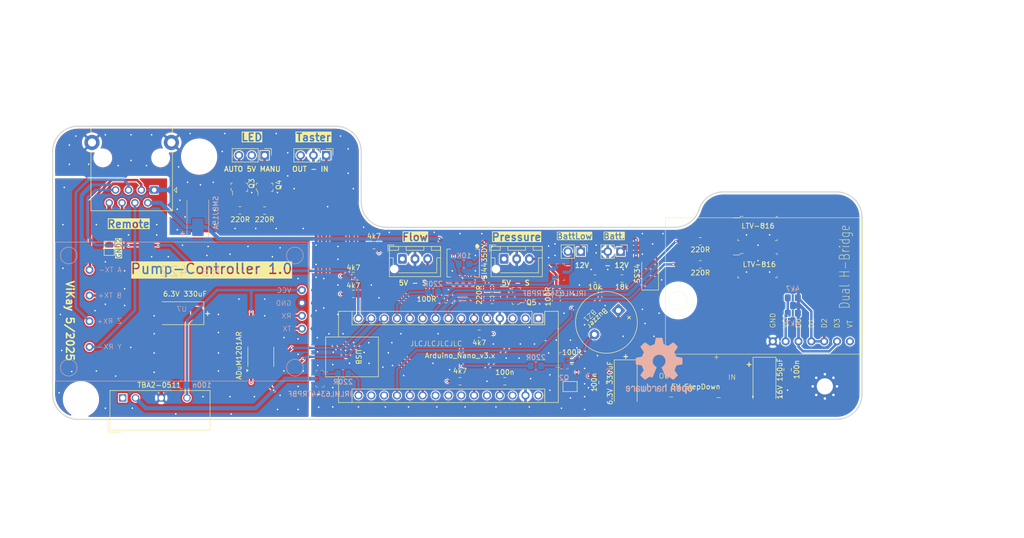
<source format=kicad_pcb>
(kicad_pcb (version 20241229) (generator "pcbnew") (generator_version "9.0")
  (layers (0 "F.Cu" signal) (4 "In1.Cu" signal) (6 "In2.Cu" signal) (2 "B.Cu" signal) (13 "F.Paste" user) (15 "B.Paste" user) (5 "F.SilkS" user "F.Silkscreen") (7 "B.SilkS" user "B.Silkscreen") (1 "F.Mask" user) (3 "B.Mask" user) (25 "Edge.Cuts" user))
  (net 0 "")
  (net 4 "/Nano/Buzzer")
  (net 5 "GND")
  (net 6 "/Nano/Remote_con")
  (net 7 "+5V")
  (net 11 "Net-(BZ1-+)")
  (net 12 "/Nano/LED automatik")
  (net 13 "GND2")
  (net 14 "Net-(U3-D1)")
  (net 15 "+5VP")
  (net 16 "Batt")
  (net 17 "Net-(R11-Pad2)")
  (net 18 "Net-(R12-Pad2)")
  (net 19 "Net-(U3-D0)")
  (net 22 "Batt RAW")
  (net 23 "+3.3V")
  (net 24 "Net-(Q1-G)")
  (net 25 "Net-(BZ1--)")
  (net 26 "Net-(Q2-G)")
  (net 27 "/Nano/freeA7")
  (net 28 "/Nano/SDA")
  (net 29 "/Nano/LED manuel")
  (net 30 "/Nano/Tst-Out")
  (net 31 "/Nano/S_RX")
  (net 32 "/Nano/Tst-In")
  (net 33 "/Nano/LED batt low")
  (net 34 "/Nano/Pressure-Sens")
  (net 35 "/Nano/Flow-Sens")
  (net 36 "/Nano/S_TX")
  (net 37 "/Nano/Batt volt mes")
  (net 38 "/Nano/freeA3")
  (net 39 "/Nano/SCL")
  (net 40 "/Nano/RX")
  (net 41 "/Nano/TX")
  (net 42 "Mot D2")
  (net 43 "Mot D3")
  (net 44 "Net-(J12-Pin_2)")
  (net 45 "/Nano/TX-")
  (net 46 "/Nano/RX-")
  (net 47 "/Nano/RX+")
  (net 48 "/Nano/TX+")
  (net 49 "Net-(Q3-G)")
  (net 50 "Net-(Q4-G)")
  (net 51 "/Nano/manuel")
  (net 52 "/Nano/auto")
  (net 53 "Batt Remote")
  (net 54 "Net-(Q5-G)")
  (net 55 "/Nano/12V Remote")
  (net 56 "Net-(JP1-B)")
  (net 57 "Net-(Q5-D)")
  (net 58 "Net-(Q6-G)")
  (net 59 "GND_RS422")
  (net 60 "Net-(Q7-G)")
  (net 61 "/Nano/GND_RS422_PIN")
  (net 62 "Net-(J1-Pin_3)")
  (net 63 "Net-(J4-Pin_3)")
  (footprint "MountingHole:MountingHole_3.2mm_M3_Pad_Via" (layer "F.Cu") (at 203.962 107.061)
    (property "Reference" "H1" (hide yes))
    (property "Value" "MountingHole_Pad" (hide yes))
  )
  (footprint "Converter_DCDC:Converter_DCDC_TRACO_TBA2-xxxx_Single_THT" (layer "F.Cu") (at 65.1525 109.347 90)
    (property "Reference" "U6" (hide yes))
    (property "Value" "TBA2-0511")
  )
  (footprint "Resistor_SMD:R_0805_2012Metric_Pad1.20x1.40mm_HandSolder" (layer "F.Cu") (at 138.192 87.68)
    (property "Reference" "R18" (hide yes))
    (property "Value" "220R")
  )
  (footprint "digikey-footprints:SMD-4_4.6x7.62mm_P2.54mm" (layer "F.Cu") (at 190.636 75.819)
    (property "Reference" "U1")
    (property "Value" "LTV-816")
  )
  (footprint "ViKay2_Library:Step-Down 5V" (layer "F.Cu") (at 178.44 105.097 180)
    (property "Reference" "U4")
    (property "Value" "5V StepDown")
  )
  (footprint "Connector_PinHeader_2.54mm:PinHeader_1x02_P2.54mm_Vertical" (layer "F.Cu") (at 163.576 80.391 -90)
    (property "Reference" "J9" (hide yes))
    (property "Value" "Batt.")
  )
  (footprint "Connector_PinHeader_2.54mm:PinHeader_1x03_P2.54mm_Vertical" (layer "F.Cu") (at 93.203 61.341 -90)
    (property "Reference" "J13" (hide yes))
    (property "Value" "LED auto/manuel")
  )
  (footprint "digikey-footprints:SOT-23-3" (layer "F.Cu") (at 93.203 67.691 90)
    (property "Reference" "Q4")
    (property "Value" "IRLML6344TRPBF")
  )
  (footprint "digikey-footprints:SOT-23-3" (layer "F.Cu") (at 88.189 67.657 90)
    (property "Reference" "Q3")
    (property "Value" "IRLML6344TRPBF")
  )
  (footprint "Resistor_SMD:R_0805_2012Metric_Pad1.20x1.40mm_HandSolder" (layer "F.Cu") (at 114.824 79.121)
    (property "Reference" "R7")
    (property "Value" "4k7")
  )
  (footprint "Package_SO:SOIC-8_3.9x4.9mm_P1.27mm" (layer "F.Cu") (at 92.456 101.219 90)
    (property "Reference" "U5" (hide yes))
    (property "Value" "ADuM1201AR")
  )
  (footprint "Resistor_SMD:R_0805_2012Metric_Pad1.20x1.40mm_HandSolder" (layer "F.Cu") (at 138.192 89.966)
    (property "Reference" "R16" (hide yes))
    (property "Value" "220R")
  )
  (footprint "Jumper:SolderJumper-2_P1.3mm_Open_Pad1.0x1.5mm" (layer "F.Cu") (at 62.484 79.741 90)
    (property "Reference" "JP1" (hide yes))
    (property "Value" "GND2")
  )
  (footprint "Capacitor_Tantalum_SMD:CP_EIA-7343-31_Kemet-D_Pad2.25x2.55mm_HandSolder" (layer "F.Cu") (at 76.606 92.583 180)
    (property "Reference" "C6" (hide yes))
    (property "Value" "6.3V 330uF")
  )
  (footprint "Capacitor_SMD:C_0805_2012Metric_Pad1.18x1.45mm_HandSolder" (layer "F.Cu") (at 160.02 106.2705 -90)
    (property "Reference" "C4" (hide yes))
    (property "Value" "100n")
  )
  (footprint "Resistor_SMD:R_0805_2012Metric_Pad1.20x1.40mm_HandSolder" (layer "F.Cu") (at 153.94 101.981 180)
    (property "Reference" "R4" (hide yes))
    (property "Value" "100R")
  )
  (footprint "Connector_PinHeader_2.54mm:PinHeader_1x03_P2.54mm_Vertical" (layer "F.Cu") (at 105.395 61.341 -90)
    (property "Reference" "J2" (hide yes))
    (property "Value" "Taster-In/Out")
  )
  (footprint "Resistor_SMD:R_0805_2012Metric_Pad1.20x1.40mm_HandSolder" (layer "F.Cu") (at 110.76 85.217 180)
    (property "Reference" "R6" (hide yes))
    (property "Value" "4k7")
  )
  (footprint "Capacitor_Tantalum_SMD:CP_EIA-7343-31_Kemet-D_Pad2.25x2.55mm_HandSolder" (layer "F.Cu") (at 164.592 106.401 -90)
    (property "Reference" "C2" (hide yes))
    (property "Value" "6.3V 330uF")
  )
  (footprint "Resistor_SMD:R_0805_2012Metric_Pad1.20x1.40mm_HandSolder" (layer "F.Cu") (at 150.876 89.297 -90)
    (property "Reference" "R21" (hide yes))
    (property "Value" "100R")
  )
  (footprint "Capacitor_SMD:C_0805_2012Metric_Pad1.18x1.45mm_HandSolder" (layer "F.Cu") (at 196.596 103.7375 -90)
    (property "Reference" "C3" (hide yes))
    (property "Value" "100n")
  )
  (footprint "Resistor_SMD:R_0805_2012Metric_Pad1.20x1.40mm_HandSolder" (layer "F.Cu") (at 179.34 78.359)
    (property "Reference" "R12")
    (property "Value" "220R")
  )
  (footprint "Connector_JST:JST_XH_B3B-XH-AM_1x03_P2.50mm_Vertical" (layer "F.Cu") (at 120.436 81.838)
    (property "Reference" "J1" (hide yes))
    (property "Value" "Flow")
  )
  (footprint "digikey-footprints:SOT-23-3" (layer "F.Cu") (at 142.968 89.17 180)
    (property "Reference" "Q5")
    (property "Value" "IRLML6344TRPBF")
  )
  (footprint "ViKay2_Library:AK-5AD_dual_H-Bridge" (layer "F.Cu") (at 193.675 98.155 90)
    (property "Reference" "U3" (hide yes))
    (property "Value" "~" (hide yes))
  )
  (footprint "Resistor_SMD:R_0805_2012Metric_Pad1.20x1.40mm_HandSolder" (layer "F.Cu") (at 93.203 72.263 180)
    (property "Reference" "R15" (hide yes))
    (property "Value" "220R")
  )
  (footprint "Connector_RJ:RJ45_RCH_RC01937" (layer "F.Cu") (at 71.374 68.199 180)
    (property "Reference" "J7" (hide yes))
    (property "Value" "RJ45")
  )
  (footprint "MountingHole:MountingHole_3.2mm_M3_ISO7380" (layer "F.Cu") (at 80.264 61.595)
    (property "Reference" "H2" (hide yes))
    (property "Value" "MountingHole" (hide yes))
  )
  (footprint "Diode_SMD:D_SMA" (layer "F.Cu") (at 169.418 84.487 90)
    (property "Reference" "D7" (hide yes))
    (property "Value" "SS34")
  )
  (footprint "Jumper:SolderJumper-2_P1.3mm_Open_Pad1.0x1.5mm" (layer "F.Cu") (at 153.595039 107.089024)
    (property "Reference" "JP2" (hide yes))
    (property "Value" "BUZ")
  )
  (footprint "digikey-footprints:SMD-4_4.6x7.62mm_P2.54mm" (layer "F.Cu") (at 190.636 83.167)
    (property "Reference" "U2")
    (property "Value" "LTV-816")
  )
  (footprint "Package_SO:SOIC-8_5.3x6.2mm_P1.27mm" (layer "F.Cu") (at 132.461 82.656 -90)
    (property "Reference" "Q6" (hide yes))
    (property "Value" "SI4435DY")
  )
  (footprint "Resistor_SMD:R_0805_2012Metric_Pad1.20x1.40mm_HandSolder" (layer "F.Cu") (at 158.512 85.725)
    (property "Reference" "R2" (hide yes))
    (property "Value" "10k")
  )
  (footprint "MountingHole:MountingHole_3.5mm" (layer "F.Cu") (at 174.975 90.055)
    (property "Reference" "H3" (hide yes))
    (property "Value" "MountingHole")
  )
  (footprint "Resistor_SMD:R_0805_2012Metric_Pad1.20x1.40mm_HandSolder" (layer "F.Cu") (at 110.728 88.773 180)
    (property "Reference" "R5" (hide yes))
    (property "Value" "4k7")
  )
  (footprint "Module:Arduino_Nano" (layer "F.Cu") (at 147.32 93.609 -90)
    (property "Reference" "A1" (hide yes))
    (property "Value" "Arduino_Nano_v3.x")
  )
  (footprint "Resistor_SMD:R_0805_2012Metric_Pad1.20x1.40mm_HandSolder" (layer "F.Cu") (at 88.331 72.229 180)
    (property "Reference" "R10" (hide yes))
    (property "Value" "220R")
  )
  (footprint "Connector_JST:JST_XH_B3B-XH-AM_1x03_P2.50mm_Vertical" (layer "F.Cu") (at 140.542 81.838)
    (property "Reference" "J4" (hide yes))
    (property "Value" "Pressure")
  )
  (footprint "Capacitor_SMD:C_0805_2012Metric_Pad1.18x1.45mm_HandSolder" (layer "F.Cu") (at 140.6945 106.045)
    (property "Reference" "C7" (hide yes))
    (property "Value" "100n")
  )
  (footprint "Resistor_SMD:R_0805_2012Metric_Pad1.20x1.40mm_HandSolder" (layer "F.Cu") (at 129.032 89.789 180)
    (property "Reference" "R22" (hide yes))
    (property "Value" "100R")
  )
  (footprint "Resistor_SMD:R_0805_2012Metric_Pad1.20x1.40mm_HandSolder" (layer "F.Cu") (at 135.636 96.647)
    (property "Reference" "R8" (hide yes))
    (property "Value" "4k7")
  )
  (footprint "Resistor_SMD:R_0805_2012Metric_Pad1.20x1.40mm_HandSolder" (layer "F.Cu") (at 179.34 82.931)
    (property "Reference" "R11")
    (property "Value" "220R")
  )
  (footprint "Capacitor_Tantalum_SMD:CP_EIA-7343-31_Kemet-D_Pad2.25x2.55mm_HandSolder" (layer "F.Cu") (at 192.024 105.893 -90)
    (property "Reference" "C1" (hide yes))
    (property "Value" "16V 150uF")
  )
  (footprint "MountingHole:MountingHole_3.2mm_M3_ISO7380" (layer "F.Cu") (at 56.896 109.601)
    (property "Reference" "H4" (hide yes))
    (property "Value" "MountingHole" (hide yes))
  )
  (footprint "ViKay2_Library:Buzzer_12x9.5RM6.7" (layer "F.Cu") (at 160.782 94.409 -135)
    (property "Reference" "BZ1")
    (property "Value" "Buzzer")
  )
  (footprint "Resistor_SMD:R_0805_2012Metric_Pad1.20x1.40mm_HandSolder" (layer "F.Cu") (at 131.826 106.045 180)
    (property "Reference" "R9" (hide yes))
    (property "Value" "4k7")
  )
  (footprint "Connector_PinHeader_2.54mm:PinHeader_1x02_P2.54mm_Vertical" (layer "F.Cu") (at 155.702 80.391 -90)
    (property "Reference" "J12" (hide yes))
    (property "Value" "LED BattLow" (hide yes))
  )
  (footprint "Resistor_SMD:R_0805_2012Metric_Pad1.20x1.40mm_HandSolder" (layer "F.Cu") (at 163.846 85.725)
    (property "Reference" "R1" (hide yes))
    (property "Value" "18k")
  )
  (footprint "Resistor_SMD:R_0805_2012Metric_Pad1.20x1.40mm_HandSolder" (layer "B.Cu") (at 126.508 88.442)
    (property "Reference" "R3")
    (property "Value" "220R")
  )
  (footprint "digikey-footprints:SOT-23-3" (layer "B.Cu") (at 152.366 101.981)
    (property "Reference" "Q2")
    (property "Value" "IRLML6344TRPBF")
  )
  (footprint "Symbol:OSHW-Logo2_14.6x12mm_SilkScreen" (layer "B.Cu") (at 171.196 102.997 180)
    (property "Reference" "REF**" (hide yes))
    (property "Value" "OSHW-Logo2_14.6x12mm_SilkScreen" (hide yes))
  )
  (footprint "Diode_SMD:D_SMB_Handsoldering" (layer "B.Cu") (at 80.01 72.865 90)
    (property "Reference" "D3" (hide yes))
    (property "Value" "SMBJ15A")
  )
  (footprint "digikey-footprints:SOT-23-3" (layer "B.Cu") (at 104.14 105.537 180)
    (property "Reference" "Q7" (hide yes))
    (property "Value" "IRLML6344TRPBF")
  )
  (footprint "ViKay2_Library:QYF-998_RS-422" (layer "B.Cu") (at 100.584 88.011 180)
    (property "Reference" "U7")
    (property "Value" "~")
  )
  (footprint "Capacitor_SMD:C_0805_2012Metric_Pad1.18x1.45mm_HandSolder" (layer "B.Cu") (at 76.7295 106.807 180)
    (property "Reference" "C5" (hide yes))
    (property "Value" "100n")
  )
  (footprint "Resistor_SMD:R_0805_2012Metric_Pad1.20x1.40mm_HandSolder" (layer "B.Cu") (at 197.628 92.583)
    (property "Reference" "R14" (hide yes))
    (property "Value" "4k7")
  )
  (footprint "Resistor_SMD:R_0805_2012Metric_Pad1.20x1.40mm_HandSolder" (layer "B.Cu") (at 146.828 102.997)
    (property "Reference" "R17" (hide yes))
    (property "Value" "220R")
  )
  (footprint "Resistor_SMD:R_0805_2012Metric_Pad1.20x1.40mm_HandSolder" (layer "B.Cu") (at 132.604 82.854)
    (property "Reference" "R19" (hide yes))
    (property "Value" "10K")
  )
  (footprint "digikey-footprints:SOT-23-3" (layer "B.Cu") (at 151.672 84.455)
    (property "Reference" "Q1")
    (property "Value" "IRLML6344TRPBF")
  )
  (footprint "Resistor_SMD:R_0805_2012Metric_Pad1.20x1.40mm_HandSolder" (layer "B.Cu") (at 197.628 89.535 180)
    (property "Reference" "R13" (hide yes))
    (property "Value" "4k7")
  )
  (footprint "Resistor_SMD:R_0805_2012Metric_Pad1.20x1.40mm_HandSolder" (layer "B.Cu") (at 108.712 104.521 180)
    (property "Reference" "R20" (hide yes))
    (property "Value" "220R")
  )
  (gr_circle (center 135.256 79.346) (end 135.51 79.092) (stroke (width 0.1)) (fill yes) (layer "F.SilkS"))
  (gr_line (start 183.8474 68.585) (end 206.308 68.585) (stroke (width 0.2)) (layer "Edge.Cuts"))
  (gr_arc (start 206.308 68.585) (mid 209.843534 70.049466) (end 211.308 73.585) (stroke (width 0.2)) (layer "Edge.Cuts"))
  (gr_line (start 51.308 108.585) (end 51.308 60.585) (stroke (width 0.2)) (layer "Edge.Cuts"))
  (gr_arc (start 211.308 108.585) (mid 209.843534 112.120534) (end 206.308 113.585) (stroke (width 0.2)) (layer "Edge.Cuts"))
  (gr_arc (start 179.077696 72.085) (mid 180.889356 69.553869) (end 183.8474 68.585) (stroke (width 0.2)) (layer "Edge.Cuts"))
  (gr_line (start 56.308 55.585) (end 107.308 55.585) (stroke (width 0.2)) (layer "Edge.Cuts"))
  (gr_arc (start 117.308 75.585) (mid 113.772466 74.120534) (end 112.308 70.585) (stroke (width 0.2)) (layer "Edge.Cuts"))
  (gr_line (start 211.308 73.585) (end 211.308 108.585) (stroke (width 0.2)) (layer "Edge.Cuts"))
  (gr_arc (start 56.308 113.585) (mid 52.772466 112.120534) (end 51.308 108.585) (stroke (width 0.2)) (layer "Edge.Cuts"))
  (gr_line (start 112.308 60.585) (end 112.308 70.585) (stroke (width 0.2)) (layer "Edge.Cuts"))
  (gr_arc (start 107.308 55.585) (mid 110.843534 57.049466) (end 112.308 60.585) (stroke (width 0.2)) (layer "Edge.Cuts"))
  (gr_line (start 206.308 113.585) (end 56.308 113.585) (stroke (width 0.2)) (layer "Edge.Cuts"))
  (gr_arc (start 179.077696 72.085) (mid 177.26604 74.616129) (end 174.308 75.585) (stroke (width 0.2)) (layer "Edge.Cuts"))
  (gr_arc (start 51.308 60.585) (mid 52.772466 57.049466) (end 56.308 55.585) (stroke (width 0.2)) (layer "Edge.Cuts"))
  (gr_line (start 117.308 75.585) (end 174.308 75.585) (stroke (width 0.2)) (layer "Edge.Cuts"))
  (gr_text "+" (at 81.191 92.583 0) (layer "F.SilkS") (effects (font (size 1 1) (thickness 0.2) (bold yes)) (justify left)))
  (gr_text "BattLow" (at 154.432 77.343 0) (layer "F.SilkS" knockout) (effects (font (size 1.2 1.2) (thickness 0.2) (bold yes))))
  (gr_text "LED" (at 90.678 57.785 0) (layer "F.SilkS" knockout) (effects (font (size 1.5 1.5) (thickness 0.3) (bold yes))))
  (gr_text "- 12V" (at 154.94 83.693 0) (layer "F.SilkS") (effects (font (size 1 1) (thickness 0.1875)) (justify bottom)))
  (gr_text "+" (at 164.592 101.683219 0) (layer "F.SilkS") (effects (font (size 1 1) (thickness 0.2) (bold yes)) (justify bottom)))
  (gr_text "JLCJLCJLCJLC" (at 121.92 99.187 0) (layer "F.SilkS") (effects (font (size 1 1) (thickness 0.1)) (justify left bottom)))
  (gr_text "+" (at 188.976 103.251 0) (layer "F.SilkS") (effects (font (size 1 1) (thickness 0.2) (bold yes)) (justify bottom)))
  (gr_text "Pump-Controller 1.0" (at 66.548 84.963 0) (layer "F.SilkS" knockout) (effects (font (size 2 2) (thickness 0.3) (bold yes)) (justify left bottom)))
  (gr_text "5V - S" (at 139.954 87.172 0) (layer "F.SilkS") (effects (font (size 1 1) (thickness 0.1875)) (justify left bottom)))
  (gr_text "Taster" (at 102.87 57.785 0) (layer "F.SilkS" knockout) (effects (font (size 1.5 1.5) (thickness 0.3) (bold yes))))
  (gr_text "5V - S" (at 119.634 87.172 0) (layer "F.SilkS") (effects (font (size 1 1) (thickness 0.1875)) (justify left bottom)))
  (gr_text "AUTO 5V MANU" (at 85.09 64.643 0) (layer "F.SilkS") (effects (font (size 1 1) (thickness 0.1875)) (justify left bottom)))
  (gr_text "Remote" (at 61.976 75.819 0) (layer "F.SilkS" knockout) (effects (font (size 1.5 1.5) (thickness 0.3) (bold yes)) (justify left bottom)))
  (gr_text "- 12V" (at 160.274 83.693 0) (layer "F.SilkS") (effects (font (size 1 1) (thickness 0.1875)) (justify left bottom)))
  (gr_text "OUT - IN" (at 98.552 64.643 0) (layer "F.SilkS") (effects (font (size 1 1) (thickness 0.1875)) (justify left bottom)))
  (gr_text "ViKay 5/2025" (at 53.848 85.979 270) (layer "F.SilkS") (effects (font (size 1.5 1.5) (thickness 0.3) (bold yes)) (justify left bottom)))
  (gr_text "+" (at 77.724 77.343 0) (layer "B.SilkS") (effects (font (size 1 1) (thickness 0.2) (bold yes)) (justify left bottom mirror)))
  (segment (start 132.08 93.609) (end 132.08 102.997) (width 0.5) (layer "F.Cu") (net 4))
  (via (at 132.08 102.997) (size 0.6) (drill 0.3) (layers "F.Cu" "B.Cu") (net 4))
  (segment (start 145.828 102.997) (end 132.08 102.997) (width 0.5) (layer "B.Cu") (net 4))
  (segment (start 195.326 109.093) (end 192.024 109.093) (width 0.8) (layer "F.Cu") (net 5))
  (segment (start 169.224 108.381) (end 170.19 109.347) (width 0.8) (layer "F.Cu") (net 5))
  (segment (start 90.663 68.707) (end 89.139 68.707) (width 0.5) (layer "F.Cu") (net 5))
  (segment (start 191.008 84.437) (end 188.468 84.437) (width 0.8) (layer "F.Cu") (net 5))
  (segment (start 193.04 84.437) (end 191.008 84.437) (width 0.8) (layer "F.Cu") (net 5))
  (segment (start 190.754 77.089) (end 190.754 79.121) (width 0.8) (layer "F.Cu") (net 5))
  (segment (start 95.743 68.707) (end 95.709 68.741) (width 0.5) (layer "F.Cu") (net 5))
  (segment (start 169.936 109.601) (end 170.19 109.347) (width 0.8) (layer "F.Cu") (net 5))
  (segment (start 95.709 68.741) (end 94.153 68.741) (width 0.5) (layer "F.Cu") (net 5))
  (segment (start 190.754 79.121) (end 190.754 79.375) (width 0.8) (layer "F.Cu") (net 5))
  (segment (start 158.242 107.308) (end 157.233 107.308) (width 0.8) (layer "F.Cu") (net 5))
  (segment (start 192.024 109.093) (end 189.738 109.093) (width 0.8) (layer "F.Cu") (net 5))
  (segment (start 196.596 107.823) (end 195.326 109.093) (width 0.8) (layer "F.Cu") (net 5))
  (segment (start 164.592 109.601) (end 169.936 109.601) (width 0.8) (layer "F.Cu") (net 5))
  (segment (start 157.512 84.201) (end 157.766 83.947) (width 0.5) (layer "F.Cu") (net 5))
  (segment (start 188.468 84.437) (end 186.136 84.437) (width 0.8) (layer "F.Cu") (net 5))
  (segment (start 161.2935 108.5815) (end 160.02 107.308) (width 0.8) (layer "F.Cu") (net 5))
  (segment (start 157.512 85.725) (end 157.512 84.201) (width 0.5) (layer "F.Cu") (net 5))
  (segment (start 190.754 77.089) (end 191.262 77.089) (width 0.8) (layer "F.Cu") (net 5))
  (segment (start 157.766 83.947) (end 161.036 83.947) (width 0.5) (layer "F.Cu") (net 5))
  (segment (start 186.944 109.093) (end 186.69 109.347) (width 0.8) (layer "F.Cu") (net 5))
  (segment (start 161.036 83.947) (end 161.036 80.391) (width 0.5) (layer "F.Cu") (net 5))
  (segment (start 189.738 109.093) (end 186.944 109.093) (width 0.8) (layer "F.Cu") (net 5))
  (segment (start 193.04 77.089) (end 195.136 77.089) (width 0.8) (layer "F.Cu") (net 5))
  (segment (start 157.233 107.308) (end 157.226 107.315) (width 0.8) (layer "F.Cu") (net 5))
  (segment (start 190.754 79.375) (end 190.754 82.169) (width 0.8) (layer "F.Cu") (net 5))
  (segment (start 162.313 109.601) (end 161.2935 108.5815) (width 0.8) (layer "F.Cu") (net 5))
  (segment (start 196.596 104.775) (end 196.596 107.823) (width 0.8) (layer "F.Cu") (net 5))
  (segment (start 195.136 84.437) (end 193.04 84.437) (width 0.8) (layer "F.Cu") (net 5))
  (segment (start 188.468 77.089) (end 190.754 77.089) (width 0.8) (layer "F.Cu") (net 5))
  (segment (start 190.754 84.183) (end 191.008 84.437) (width 0.8) (layer "F.Cu") (net 5))
  (segment (start 160.02 107.308) (end 158.242 107.308) (width 0.8) (layer "F.Cu") (net 5))
  (segment (start 186.136 77.089) (end 188.468 77.089) (width 0.8) (layer "F.Cu") (net 5))
  (segment (start 191.262 77.089) (end 193.04 77.089) (width 0.8) (layer "F.Cu") (net 5))
  (segment (start 164.592 109.601) (end 162.313 109.601) (width 0.8) (layer "F.Cu") (net 5))
  (segment (start 157.734 107.315) (end 157.226 107.315) (width 0.8) (layer "F.Cu") (net 5))
  (segment (start 190.754 82.169) (end 190.754 84.183) (width 0.8) (layer "F.Cu") (net 5))
  (via (at 99.06 67.945) (size 0.6) (drill 0.3) (layers "F.Cu" "B.Cu") (net 5))
  (via (at 116.586 103.251) (size 0.6) (drill 0.3) (layers "F.Cu" "B.Cu") (net 5))
  (via (at 106.68 107.315) (size 0.6) (drill 0.3) (layers "F.Cu" "B.Cu") (net 5))
  (via (at 117.666122 100.431037) (size 0.6) (drill 0.3) (layers "F.Cu" "B.Cu") (net 5))
  (via (at 97.775 60.833) (size 0.6) (drill 0.3) (layers "F.Cu" "B.Cu") (net 5))
  (via (at 149.606 104.775) (size 0.6) (drill 0.3) (layers "F.Cu" "B.Cu") (net 5))
  (via (at 66.802 62.357) (size 0.6) (drill 0.3) (layers "F.Cu" "B.Cu") (net 5))
  (via (at 164.084 97.155) (size 0.6) (drill 0.3) (layers "F.Cu" "B.Cu") (net 5))
  (via (at 91.44 75.819) (size 0.6) (drill 0.3) (layers "F.Cu" "B.Cu") (net 5))
  (via (at 70.866 57.277) (size 0.6) (drill 0.3) (layers "F.Cu" "B.Cu") (net 5))
  (via (at 160.528 91.059) (size 0.6) (drill 0.3) (layers "F.Cu" "B.Cu") (net 5))
  (via (at 107.696 92.837) (size 0.6) (drill 0.3) (layers "F.Cu" "B.Cu") (net 5))
  (via (at 117.856 76.581) (size 0.6) (drill 0.3) (layers "F.Cu" "B.Cu") (net 5))
  (via (at 126.746 76.581) (size 0.6) (drill 0.3) (layers "F.Cu" "B.Cu") (net 5))
  (via (at 136.144 76.835) (size 0.6) (drill 0.3) (layers "F.Cu" "B.Cu") (net 5))
  (via (at 112.879793 100.346323) (size 0.6) (drill 0.3) (layers "F.Cu" "B.Cu") (net 5))
  (via (at 113.854002 102.506525) (size 0.6) (drill 0.3) (layers "F.Cu" "B.Cu") (net 5))
  (via (at 120.694639 104.920867) (size 0.6) (drill 0.3) (layers "F.Cu" "B.Cu") (net 5))
  (via (at 54.61 59.309) (size 0.6) (drill 0.3) (layers "F.Cu" "B.Cu") (net 5))
  (via (at 104.902 91.567) (size 0.6) (drill 0.3) (layers "F.Cu" "B.Cu") (net 5))
  (via (at 64.262 63.373) (size 0.6) (drill 0.3) (layers "F.Cu" "B.Cu") (net 5))
  (via (at 111.76 111.125) (size 0.6) (drill 0.3) (layers "F.Cu" "B.Cu") (net 5))
  (via (at 110.804306 98.376728) (size 0.6) (drill 0.3) (layers "F.Cu" "B.Cu") (net 5))
  (via (at 158.75 79.121) (size 0.6) (drill 0.3) (layers "F.Cu" "B.Cu") (net 5))
  (via (at 147.574 90.728) (size 0.6) (drill 0.3) (layers "F.Cu" "B.Cu") (net 5))
  (via (at 156.464 109.093) (size 0.6) (drill 0.3) (layers "F.Cu" "B.Cu") (net 5))
  (via (at 77.978 66.675) (size 0.6) (drill 0.3) (layers "F.Cu" "B.Cu") (net 5))
  (via (at 113.792 98.425) (size 0.6) (drill 0.3) (layers "F.Cu" "B.Cu") (net 5))
  (via (at 137.16 106.045) (size 0.6) (drill 0.3) (layers "F.Cu" "B.Cu") (net 5))
  (via (at 97.775 65.405) (size 0.6) (drill 0.3) (layers "F.Cu" "B.Cu") (net 5))
  (via (at 134.874 84.201) (size 0.6) (drill 0.3) (layers "F.Cu" "B.Cu") (net 5))
  (via (at 153.67 109.347) (size 0.6) (drill 0.3) (layers "F.Cu" "B.Cu") (net 5))
  (via (at 103.378 92.075) (size 0.6) (drill 0.3) (layers "F.Cu" "B.Cu") (net 5))
  (via (at 100.838 75.819) (size 0.6) (drill 0.3) (layers "F.Cu" "B.Cu") (net 5))
  (via (at 134.874 81.153) (size 0.6) (drill 0.3) (layers "F.Cu" "B.Cu") (net 5))
  (via (at 120.142 96.647) (size 0.6) (drill 0.3) (layers "F.Cu" "B.Cu") (net 5))
  (via (at 195.326 109.093) (size 0.6) (drill 0.3) (layers "F.Cu" "B.Cu") (net 5))
  (via (at 75.946 72.009) (size 0.6) (drill 0.3) (layers "F.Cu" "B.Cu") (net 5))
  (via (at 76.2 63.627) (size 0.6) (drill 0.3) (layers "F.Cu" "B.Cu") (net 5))
  (via (at 107.696 86.995) (size 0.6) (drill 0.3) (layers "F.Cu" "B.Cu") (net 5))
  (via (at 143.764 98.679) (size 0.6) (drill 0.3) (layers "F.Cu" "B.Cu") (net 5))
  (via (at 126.492 102.489) (size 0.6) (drill 0.3) (layers "F.Cu" "B.Cu") (net 5))
  (via (at 171.196 92.583) (size 0.6) (drill 0.3) (layers "F.Cu" "B.Cu") (net 5))
  (via (at 167.894 80.899) (size 0.6) (drill 0.3) (layers "F.Cu" "B.Cu") (net 5))
  (via (at 169.926 78.867) (size 0.6) (drill 0.3) (layers "F.Cu" "B.Cu") (net 5))
  (via (at 167.894 91.821) (size 0.6) (drill 0.3) (layers "F.Cu" "B.Cu") (net 5))
  (via (at 103.836597 108.648274) (size 0.6) (drill 0.3) (layers "F.Cu" "B.Cu") (net 5))
  (via (at 106.68 102.743) (size 0.6) (drill 0.3) (layers "F.Cu" "B.Cu") (net 5))
  (via (at 145.542 95.377) (size 0.6) (drill 0.3) (layers "F.Cu" "B.Cu") (net 5))
  (via (at 170.18 97.155) (size 0.6) (drill 0.3) (layers "F.Cu" "B.Cu") (net 5))
  (via (at 95.743 68.707) (size 0.6) (drill 0.3) (layers "F.Cu" "B.Cu") (net 5))
  (via (at 103.378 85.471) (size 0.6) (drill 0.3) (layers "F.Cu" "B.Cu") (net 5))
  (via (at 95.504 75.819) (size 0.6) (drill 0.3) (layers "F.Cu" "B.Cu") (net 5))
  (via (at 161.036 83.947) (size 0.6) (drill 0.3) (layers "F.Cu" "B.Cu") (net 5))
  (via (at 112.776 75.565) (size 0.6) (drill 0.3) (layers "F.Cu" "B.Cu") (net 5))
  (via (at 78.486 57.023) (size 0.6) (drill 0.3) (layers "F.Cu" "B.Cu") (net 5))
  (via (at 156.464 94.869) (size 0.6) (drill 0.3) (layers "F.Cu" "B.Cu") (net 5))
  (via (at 66.802 57.277) (size 0.6) (drill 0.3) (layers "F.Cu" "B.Cu") (net 5))
  (via (at 130.302 84.201) (size 0.6) (drill 0.3) (layers "F.Cu" "B.Cu") (net 5))
  (via (at 138.43 98.679) (size 0.6) (drill 0.3) (layers "F.Cu" "B.Cu") (net 5))
  (via (at 108.204 57.531) (size 0.6) (drill 0.3) (layers "F.Cu" "B.Cu") (net 5))
  (via (at 87.376 75.819) (size 0.6) (drill 0.3) (layers "F.Cu" "B.Cu") (net 5))
  (via (at 109.22 99.949) (size 0.6) (drill 0.3) (layers "F.Cu" "B.Cu") (net 5))
  (via (at 103.378 79.121) (size 0.6) (drill 0.3) (layers "F.Cu" "B.Cu") (net 5))
  (via (at 103.66717 100.219253) (size 0.6) (drill 0.3) (layers "F.Cu" "B.Cu") (net 5))
  (via (at 156.464 103.505) (size 0.6) (drill 0.3) (layers "F.Cu" "B.Cu") (net 5))
  (via (at 190.754 82.169) (size 0.6) (drill 0.3) (layers "F.Cu" "B.Cu") (net 5))
  (via (at 85.344 57.023) (size 0.6) (drill 0.3) (layers "F.Cu" "B.Cu") (net 5))
  (via (at 138.938 111.125) (size 0.6) (drill 0.3) (layers "F.Cu" "B.Cu") (net 5))
  (via (at 150.876 97.917) (size 0.6) (drill 0.3) (layers "F.Cu" "B.Cu") (net 5))
  (via (at 103.632 97.409) (size 0.6) (drill 0.3) (layers "F.Cu" "B.Cu") (net 5))
  (via (at 150.622 78.867) (size 0.6) (drill 0.3) (layers "F.Cu" "B.Cu") (net 5))
  (via (at 158.242 107.308) (size 0.6) (drill 0.3) (layers "F.Cu" "B.Cu") (net 5))
  (via (at 168.402 94.615) (size 0.6) (drill 0.3) (layers "F.Cu" "B.Cu") (net 5))
  (via (at 189.738 109.093) (size 0.6) (drill 0.3) (layers "F.Cu" "B.Cu") (net 5))
  (via (at 150.622 81.153) (size 0.6) (drill 0.3) (layers "F.Cu" "B.Cu") (net 5))
  (via (at 103.378 82.931) (size 0.6) (drill 0.3) (layers "F.Cu" "B.Cu") (net 5))
  (via (at 83.058 66.675) (size 0.6) (drill 0.3) (layers "F.Cu" "B.Cu") (net 5))
  (via (at 107.696 81.915) (size 0.6) (drill 0.3) (layers "F.Cu" "B.Cu") (net 5))
  (via (at 154.94 99.441) (size 0.6) (drill 0.3) (layers "F.Cu" "B.Cu") (net 5))
  (via (at 103.709527 102.908915) (size 0.6) (drill 0.3) (layers "F.Cu" "B.Cu") (net 5))
  (via (at 121.666 111.125) (size 0.6) (drill 0.3) (layers "F.Cu" "B.Cu") (net 5))
  (via (at 84.836 60.579) (size 0.6) (drill 0.3) (layers "F.Cu" "B.Cu") (net 5))
  (via (at 151.892 111.379) (size 0.6) (drill 0.3) (layers "F.Cu" "B.Cu") (net 5))
  (via (at 149.352 79.298) (size 0.6) (drill 0.3) (layers "F.Cu" "B.Cu") (net 5))
  (via (at 106.780401 100.303966) (size 0.6) (drill 0.3) (layers "F.Cu" "B.Cu") (net 5))
  (via (at 156.464 106.553) (size 0.6) (drill 0.3) (layers "F.Cu" "B.Cu") (net 5))
  (via (at 54.61 63.119) (size 0.6) (drill 0.3) (layers "F.Cu" "B.Cu") (net 5))
  (via (at 117.094 111.125) (size 0.6) (drill 0.3) (layers "F.Cu" "B.Cu") (net 5))
  (via (at 157.226 107.315) (size 0.6) (drill 0.3) (layers "F.Cu" "B.Cu") (net 5))
  (via (at 110.744 67.945) (size 0.6) (drill 0.3) (layers "F.Cu" "B.Cu") (net 5))
  (via (at 193.04 84.437) (size 0.6) (drill 0.3) (layers "F.Cu" "B.Cu") (net 5))
  (via (at 155.448 86.995) (size 0.6) (drill 0.3) (layers "F.Cu" "B.Cu") (net 5))
  (via (at 127.254 111.125) (size 0.6) (drill 0.3) (layers "F.Cu" "B.Cu") (net 5))
  (via (at 105.664 71.501) (size 0.6) (drill 0.3) (layers "F.Cu" "B.Cu") (net 5))
  (via (at 149.606 107.823) (size 0.6) (drill 0.3) (layers "F.Cu" "B.Cu") (net 5))
  (via (at 153.67 97.917) (size 0.6) (drill 0.3) (layers "F.Cu" "B.Cu") (net 5))
  (via (at 76.454 70.231) (size 0.6) (drill 0.3) (layers "F.Cu" "B.Cu") (net 5))
  (via (at 171.958 76.835) (size 0.6) (drill 0.3) (layers "F.Cu" "B.Cu") (net 5))
  (via (at 159.004 100.965) (size 0.6) (drill 0.3) (layers "F.Cu" "B.Cu") (net 5))
  (via (at 75.946 76.073) (size 0.6) (drill 0.3) (layers "F.Cu" "B.Cu") (net 5))
  (via (at 108.712 96.647) (size 0.6) (drill 0.3) (layers "F.Cu" "B.Cu") (net 5))
  (via (at 109.978346 102.485346) (size 0.6) (drill 0.3) (layers "F.Cu" "B.Cu") (net 5))
  (via (at 138.176 79.375) (size 0.6) (drill 0.3) (layers "F.Cu" "B.Cu") (net 5))
  (via (at 131.826 76.835) (size 0.6) (drill 0.3) (layers "F.Cu" "B.Cu") (net 5))
  (via (at 188.468 77.089) (size 0.6) (drill 0.3) (layers "F.Cu" "B.Cu") (net 5))
  (via (at 83.312 72.263) (size 0.6) (drill 0.3) (layers "F.Cu" "B.Cu") (net 5))
  (via (at 103.900133 111.168508) (size 0.6) (drill 0.3) (layers "F.Cu" "B.Cu") (net 5))
  (via (at 129.54 87.934) (size 0.6) (drill 0.3) (layers "F.Cu" "B.Cu") (net 5))
  (via (at 104.902 85.725) (size 0.6) (drill 0.3) (layers "F.Cu" "B.Cu") (net 5))
  (via (at 157.766 83.947) (size 0.6) (drill 0.3) (layers "F.Cu" "B.Cu") (net 5))
  (via (at 167.894 76.835) (size 0.6) (drill 0.3) (layers "F.Cu" "B.Cu") (net 5))
  (via (at 90.663 68.707) (size 0.6) (drill 0.3) (layers "F.Cu" "B.Cu") (net 5))
  (via (at 146.558 98.679) (size 0.6) (drill 0.3) (layers "F.Cu" "B.Cu") (net 5))
  (via (at 145.796 105.537) (size 0.6) (drill 0.3) (layers "F.Cu" "B.Cu") (net 5))
  (via (at 145.542 111.125) (size 0.6) (drill 0.3) (layers "F.Cu" "B.Cu") (net 5))
  (via (at 118.364 98.425) (size 0.6) (drill 0.3) (layers "F.Cu" "B.Cu") (net 5))
  (via (at 115.824 89.535) (size 0.6) (drill 0.3) (layers "F.Cu" "B.Cu") (net 5))
  (via (at 105.918 96.647) (size 0.6) (drill 0.3) (layers "F.Cu" "B.Cu") (net 5))
  (via (at 132.842 111.125) (size 0.6) (drill 0.3) (layers "F.Cu" "B.Cu") (net 5))
  (via (at 83.312 75.057) (size 0.6) (drill 0.3) (layers "F.Cu" "B.Cu") (net 5))
  (via (at 58.42 63.119) (size 0.6) (drill 0.3) (layers "F.Cu" "B.Cu") (net 5))
  (via (at 196.596 107.823) (size 0.6) (drill 0.3) (layers "F.Cu" "B.Cu") (net 5))
  (via (at 55.88 57.531) (size 0.6) (drill 0.3) (layers "F.Cu" "B.Cu") (net 5))
  (via (at 152.4 92.583) (size 0.6) (drill 0.3) (layers "F.Cu" "B.Cu") (net 5))
  (via (at 118.492081 102.930094) (size 0.6) (drill 0.3) (layers "F.Cu" "B.Cu") (net 5))
  (via (at 158.75 80.645) (size 0.6) (drill 0.3) (layers "F.Cu" "B.Cu") (net 5))
  (via (at 143.51 101.473) (size 0.6) (drill 0.3) (layers "F.Cu" "B.Cu") (net 5))
  (via (at 149.352 81.584) (size 0.6) (drill 0.3) (layers "F.Cu" "B.Cu") (net 5))
  (via (at 154.397494 88.902505) (size 0.6) (drill 0.3) (layers "F.Cu" "B.Cu") (net 5))
  (via (at 61.722 57.277) (size 0.6) (drill 0.3) (layers "F.Cu" "B.Cu") (net 5))
  (via (at 77.47 73.533) (size 0.6) (drill 0.3) (layers "F.Cu" "B.Cu") (net 5))
  (via (at 127.508 96.647) (size 0.6) (drill 0.3) (layers "F.Cu" "B.Cu") (net 5))
  (via (at 109.728 64.897) (size 0.6) (drill 0.3) (layers "F.Cu" "B.Cu") (net 5))
  (via (at 109.728 60.071) (size 0.6) (drill 0.3) (layers "F.Cu" "B.Cu") (net 5))
  (via (at 188.468 84.437) (size 0.6) (drill 0.3) (layers "F.Cu" "B.Cu") (net 5))
  (via (at 164.084 83.947) (size 0.6) (drill 0.3) (layers "F.Cu" "B.Cu") (net 5))
  (via (at 140.97 101.473) (size 0.6) (drill 0.3) (layers "F.Cu" "B.Cu") (net 5))
  (via (at 114.3 86.995) (size 0.6) (drill 0.3) (layers "F.Cu" "B.Cu") (net 5))
  (via (at 106.68 111.125) (size 0.6) (drill 0.3) (layers "F.Cu" "B.Cu") (net 5))
  (via (at 80.518 67.183) (size 0.6) (drill 0.3) (layers "F.Cu" "B.Cu") (net 5))
  (via (at 156.464 111.633) (size 0.6) (drill 0.3) (layers "F.Cu" "B.Cu") (net 5))
  (via (at 190.754 79.121) (size 0.6) (drill 0.3) (layers "F.Cu" "B.Cu") (net 5))
  (via (at 193.04 77.089) (size 0.6) (drill 0.3) (layers "F.Cu" "B.Cu") (net 5))
  (via (at 123.698 89.535) (size 0.6) (drill 0.3) (layers "F.Cu" "B.Cu") (net 5))
  (via (at 149.352 100.457) (size 0.6) (drill 0.3) (layers "F.Cu" "B.Cu") (net 5))
  (via (at 171.704 85.979) (size 0.6) (drill 0.3) (layers "F.Cu" "B.Cu") (net 5))
  (via (at 69.85 63.373) (size 0.6) (drill 0.3) (layers "F.Cu" "B.Cu") (net 5))
  (via (at 148.59 88.95) (size 0.6) (drill 0.3) (layers "F.Cu" "B.Cu") (net 5))
  (via (at 107.696 79.375) (size 0.6) (drill 0.3) (layers "F.Cu" "B.Cu") (net 5))
  (via (at 95.504 57.023) (size 0.6) (drill 0.3) (layers "F.Cu" "B.Cu") (net 5))
  (via (at 129.794 103.759) (size 0.6) (drill 0.3) (layers "F.Cu" "B.Cu") (net 5))
  (segment (start 150.622 83.936) (end 143.665 83.936) (width 0.5) (layer "B.Cu") (net 5))
  (segment (start 143.665 83.936) (end 143.5545 83.8255) (width 0.5) (layer "B.Cu") (net 5))
  (segment (start 78.044 68.199) (end 80.01 70.165) (width 0.8) (layer "B.Cu") (net 5))
  (segment (start 106.018 107.315) (end 105.19 106.487) (width 0.8) (layer "B.Cu") (net 5))
  (segment (start 143.5545 83.8255) (end 143.042 83.313) (width 0.5) (layer "B.Cu") (net 5))
  (segment (start 71.374 68.199) (end 78.044 68.199) (width 0.8) (layer "B.Cu") (net 5))
  (segment (start 106.68 107.315) (end 106.018 107.315) (width 0.8) (layer "B.Cu") (net 5))
  (segment (start 143.042 83.313) (end 143.042 81.838) (width 0.5) (layer "B.Cu") (net 5))
  (segment (start 72.136 79.121) (end 66.294 79.121) (width 0.5) (layer "F.Cu") (net 6))
  (segment (start 111.728 93.577) (end 111.76 93.609) (width 0.5) (layer "F.Cu") (net 6))
  (segment (start 111.728 88.773) (end 111.728 93.577) (width 0.5) (layer "F.Cu") (net 6))
  (via (at 72.136 79.121) (size 0.6) (drill 0.3) (layers "F.Cu" "B.Cu") (net 6))
  (via (at 66.294 79.121) (size 0.6) (drill 0.3) (layers "F.Cu" "B.Cu") (net 6))
  (segment (start 58.166 69.723) (end 59.69 68.199) (width 0.5) (layer "B.Cu") (net 6))
  (segment (start 109.22 84.201) (end 111.744 86.725) (width 0.5) (layer "B.Cu") (net 6))
  (segment (start 58.166 77.343) (end 58.166 69.723) (width 0.5) (layer "B.Cu") (net 6))
  (segment (start 72.136 79.121) (end 74.676 79.121) (width 0.5) (layer "B.Cu") (net 6))
  (segment (start 66.294 79.121) (end 59.944 79.121) (width 0.5) (layer "B.Cu") (net 6))
  (segment (start 59.69 68.199) (end 63.754 68.199) (width 0.5) (layer "B.Cu") (net 6))
  (segment (start 59.944 79.121) (end 58.166 77.343) (width 0.5) (layer "B.Cu") (net 6))
  (segment (start 74.676 79.121) (end 79.756 84.201) (width 0.5) (layer "B.Cu") (net 6))
  (segment (start 79.756 84.201) (end 109.22 84.201) (width 0.5) (layer "B.Cu") (net 6))
  (segment (start 111.744 86.725) (end 111.744 93.345) (width 0.5) (layer "B.Cu") (net 6))
  (segment (start 138.43 96.647) (end 136.636 96.647) (width 0.5) (layer "F.Cu") (net 7))
  (segment (start 129.286 106.045) (end 130.826 106.045) (width 0.5) (layer "F.Cu") (net 7))
  (segment (start 139.7 108.849) (end 139.7 106.088) (width 0.5) (layer "F.Cu") (net 7))
  (segment (start 160.02 105.233) (end 159.816 105.029) (width 0.8) (layer "F.Cu") (net 7))
  (segment (start 170.19 100.847) (end 165.726 100.847) (width 0.8) (layer "F.Cu") (net 7))
  (segment (start 154.94 101.981) (end 154.94 104.267) (width 0.5) (layer "F.Cu") (net 7))
  (segment (start 108.204 85.217) (end 109.76 85.217) (width 0.5) (layer "F.Cu") (net 7))
  (segment (start 115.824 79.121) (end 115.824 80.645) (width 0.5) (layer "F.Cu") (net 7))
  (segment (start 154.94 104.267) (end 154.94 104.775) (width 0.5) (layer "F.Cu") (net 7))
  (segment (start 164.592 103.201) (end 164.592 101.981) (width 0.8) (layer "F.Cu") (net 7))
  (segment (start 162.052 103.201) (end 161.265 103.988) (width 0.8) (layer "F.Cu") (net 7))
  (segment (start 90.551 103.694) (end 90.551 106.299) (width 0.5) (layer "F.Cu") (net 7))
  (segment (start 108.188 88.773) (end 109.728 88.773) (width 0.5) (layer "F.Cu") (net 7))
  (segment (start 154.245039 105.469961) (end 154.245039 107.089024) (width 0.5) (layer "F.Cu") (net 7))
  (segment (start 159.816 105.029) (end 158.496 105.029) (width 0.8) (layer "F.Cu") (net 7))
  (segment (start 154.94 104.775) (end 154.245039 105.469961) (width 0.5) (layer "F.Cu") (net 7))
  (segment (start 158.496 105.029) (end 157.226 105.029) (width 0.8) (layer "F.Cu") (net 7))
  (segment (start 161.265 103.988) (end 160.02 105.233) (width 0.8) (layer "F.Cu") (net 7))
  (segment (start 139.7 106.088) (end 139.657 106.045) (width 0.5) (layer "F.Cu") (net 7))
  (segment (start 164.592 101.981) (end 165.726 100.847) (width 0.8) (layer "F.Cu") (net 7))
  (segment (start 162.052 103.201) (end 164.592 103.201) (width 0.8) (layer "F.Cu") (net 7))
  (via (at 129.286 106.045) (size 0.6) (drill 0.3) (layers "F.Cu" "B.Cu") (net 7))
  (via (at 154.94 104.267) (size 0.6) (drill 0.3) (layers "F.Cu" "B.Cu") (net 7))
  (via (at 158.496 105.029) (size 0.6) (drill 0.3) (layers "F.Cu" "B.Cu") (net 7))
  (via (at 108.204 85.217) (size 0.6) (drill 0.3) (layers "F.Cu" "B.Cu") (net 7))
  (via (at 157.226 105.029) (size 0.6) (drill 0.3) (layers "F.Cu" "B.Cu") (net 7))
  (via (at 161.265 103.988) (size 0.6) (drill 0.3) (layers "F.Cu" "B.Cu") (net 7))
  (via (at 90.551 106.299) (size 0.6) (drill 0.3) (layers "F.Cu" "B.Cu") (net 7))
  (via (at 138.43 96.647) (size 0.6) (drill 0.3) (layers "F.Cu" "B.Cu") (net 7))
  (via (at 108.188 88.773) (size 0.6) (drill 0.3) (layers "F.Cu" "B.Cu") (net 7))
  (via (at 115.824 80.645) (size 0.6) (drill 0.3) (layers "F.Cu" "B.Cu") (net 7))
  (segment (start 163.150808 94.870977) (end 157.564785 100.457) (width 0.5) (layer "F.Cu") (net 11))
  (segment (start 152.94 101.187) (end 153.67 100.457) (width 0.5) (layer "F.Cu") (net 11))
  (segment (start 157.564785 100.457) (end 153.67 100.457) (width 0.5) (layer "F.Cu") (net 11))
  (segment (start 152.945039 101.986039) (end 152.94 101.981) (width 0.5) (layer "F.Cu") (net 11))
  (segment (start 152.945039 107.089024) (end 152.945039 101.986039) (width 0.5) (layer "F.Cu") (net 11))
  (segment (start 152.94 101.981) (end 152.94 101.187) (width 0.5) (layer "F.Cu") (net 11))
  (segment (start 163.150808 92.040192) (end 163.150808 94.870977) (width 0.5) (layer "F.Cu") (net 11))
  (segment (start 121.158 103.724572) (end 121.158 103.759) (width 0.5) (layer "F.Cu") (net 12))
  (segment (start 121.92 104.521) (end 121.92 108.849) (width 0.5) (layer "F.Cu") (net 12))
  (segment (start 102.184 74.625) (end 104.14 76.581) (width 0.5) (layer "F.Cu") (net 12))
  (segment (start 118.652428 101.219) (end 121.158 103.724572) (width 0.5) (layer "F.Cu") (net 12))
  (segment (start 104.14 96.139) (end 109.22 101.219) (width 0.5) (layer "F.Cu") (net 12))
  (segment (start 89.331 73.725) (end 90.231 74.625) (width 0.5) (layer "F.Cu") (net 12))
  (segment (start 104.14 76.581) (end 104.14 96.139) (width 0.5) (layer "F.Cu") (net 12))
  (segment (start 90.231 74.625) (end 102.184 74.625) (width 0.5) (layer "F.Cu") (net 12))
  (segment (start 109.22 101.219) (end 118.652428 101.219) (width 0.5) (layer "F.Cu") (net 12))
  (segment (start 89.331 72.229) (end 89.331 73.725) (width 0.5) (layer "F.Cu") (net 12))
  (segment (start 121.158 103.759) (end 121.92 104.521) (width 0.5) (layer "F.Cu") (net 12))
  (segment (start 95.696 97.409) (end 94.361 98.744) (width 0.5) (layer "F.Cu") (net 13))
  (segment (start 72.7725 109.347) (end 72.7725 93.2165) (width 0.8) (layer "F.Cu") (net 13))
  (segment (start 97.028 97.409) (end 95.696 97.409) (width 0.5) (layer "F.Cu") (net 13))
  (segment (start 72.7725 93.2165) (end 73.406 92.583) (width 0.8) (layer "F.Cu") (net 13))
  (via (at 97.028 104.013) (size 0.6) (drill 0.3) (layers "F.Cu" "B.Cu") (net 13))
  (via (at 53.34 83.693) (size 0.6) (drill 0.3) (layers "F.Cu" "B.Cu") (net 13))
  (via (at 53.086 99.949) (size 0.6) (drill 0.3) (layers "F.Cu" "B.Cu") (net 13))
  (via (at 71.882 77.089) (size 0.6) (drill 0.3) (layers "F.Cu" "B.Cu") (net 13))
  (via (at 65.532 91.059) (size 0.6) (drill 0.3) (layers "F.Cu" "B.Cu") (net 13))
  (via (at 100.838 104.013) (size 0.6) (drill 0.3) (layers "F.Cu" "B.Cu") (net 13))
  (via (at 97.028 97.409) (size 0.6) (drill 0.3) (layers "F.Cu" "B.Cu") (net 13))
  (via (at 71.374 100.457) (size 0.6) (drill 0.3) (layers "F.Cu" "B.Cu") (net 13))
  (via (at 89.916 79.375) (size 0.6) (drill 0.3) (layers "F.Cu" "B.Cu") (net 13))
  (via (at 99.822 97.663) (size 0.6) (drill 0.3) (layers "F.Cu" "B.Cu") (net 13))
  (via (at 94.742 81.407) (size 0.6) (drill 0.3) (layers "F.Cu" "B.Cu") (net 13))
  (via (at 75.649077 112.521788) (size 0.6) (drill 0.3) (layers "F.Cu" "B.Cu") (net 13))
  (via (at 53.34 75.057) (size 0.6) (drill 0.3) (layers "F.Cu" "B.Cu") (net 13))
  (via (at 81.026 109.093) (size 0.6) (drill 0.3) (layers "F.Cu" "B.Cu") (net 13))
  (via (at 65.532 84.201) (size 0.6) (drill 0.3) (layers "F.Cu" "B.Cu") (net 13))
  (via (at 91.186 109.093) (size 0.6) (drill 0.3) (layers "F.Cu" "B.Cu") (net 13))
  (via (at 52.578 108.331) (size 0.6) (drill 0.3) (layers "F.Cu" "B.Cu") (net 13))
  (via (at 65.532 87.757) (size 0.6) (drill 0.3) (layers "F.Cu" "B.Cu") (net 13))
  (via (at 66.294 77.089) (size 0.6) (drill 0.3) (layers "F.Cu" "B.Cu") (net 13))
  (via (at 99.822 100.711) (size 0.6) (drill 0.3) (layers "F.Cu" "B.Cu") (net 13))
  (via (at 59.944 75.057) (size 0.6) (drill 0.3) (layers "F.Cu" "B.Cu") (net 13))
  (via (at 86.36 80.899) (size 0.6) (drill 0.3) (layers "F.Cu" "B.Cu") (net 13))
  (via (at 54.864 96.901) (size 0.6) (drill 0.3) (layers "F.Cu" "B.Cu") (net 13))
  (via (at 86.581373 112.545086) (size 0.6) (drill 0.3) (layers "F.Cu" "B.Cu") (net 13))
  (via (at 84.074 96.393) (size 0.6) (drill 0.3) (layers "F.Cu" "B.Cu") (net 13))
  (via (at 96.266 79.629) (size 0.6) (drill 0.3) (layers "F.Cu" "B.Cu") (net 13))
  (via (at 59.69 92.075) (size 0.6) (drill 0.3) (layers "F.Cu" "B.Cu") (net 13))
  (via (at 86.36 109.093) (size 0.6) (drill 0.3) (layers "F.Cu" "B.Cu") (net 13))
  (via (at 93.218 89.789) (size 0.6) (drill 0.3) (layers "F.Cu" "B.Cu") (net 13))
  (via (at 76.962 79.121) (size 0.6) (drill 0.3) (layers "F.Cu" "B.Cu") (net 13))
  (via (at 99.822 107.061) (size 0.6) (drill 0.3) (layers "F.Cu" "B.Cu") (net 13))
  (via (at 81.788 81.153) (size 0.6) (drill 0.3) (layers "F.Cu" "B.Cu") (net 13))
  (via (at 96.266 108.839) (size 0.6) (drill 0.3) (layers "F.Cu" "B.Cu") (net 13))
  (via (at 70.866 81.407) (size 0.6) (drill 0.3) (layers "F.Cu" "B.Cu") (net 13))
  (via (at 59.944 104.013) (size 0.6) (drill 0.3) (layers "F.Cu" "B.Cu") (net 13))
  (via (at 82.042 79.375) (size 0.6) (drill 0.3) (layers "F.Cu" "B.Cu") (net 13))
  (via (at 61.722 111.379) (size 0.6) (drill 0.3) (layers "F.Cu" "B.Cu") (net 13))
  (via (at 99.822 111.633) (size 0.6) (drill 0.3) (layers "F.Cu" "B.Cu") (net 13))
  (via (at 55.074643 104.119805) (size 0.6) (drill 0.3) (layers "F.Cu" "B.Cu") (net 13))
  (via (at 52.832 92.837) (size 0.6) (drill 0.3) (layers "F.Cu" "B.Cu") (net 13))
  (via (at 61.722 82.423) (size 0.6) (drill 0.3) (layers "F.Cu" "B.Cu") (net 13))
  (via (at 95.758 111.633) (size 0.6) (drill 0.3) (layers "F.Cu" "B.Cu") (net 13))
  (via (at 84.074 92.837) (size 0.6) (drill 0.3) (layers "F.Cu" "B.Cu") (net 13))
  (via (at 71.882 75.057) (size 0.6) (drill 0.3) (layers "F.Cu" "B.Cu") (net 13))
  (via (at 71.374 96.647) (size 0.6) (drill 0.3) (layers "F.Cu" "B.Cu") (net 13))
  (via (at 99.822 85.725) (size 0.6) (drill 0.3) (layers "F.Cu" "B.Cu") (net 13))
  (via (at 93.218 93.091) (size 0.6) (drill 0.3) (layers "F.Cu" "B.Cu") (net 13))
  (via (at 66.744151 99.358727) (size 0.6) (drill 0.3) (layers "F.Cu" "B.Cu") (net 13))
  (via (at 84.074 100.457) (size 0.6) (drill 0.3) (layers "F.Cu" "B.Cu") (net 13))
  (via (at 63.754 105.029) (size 0.6) (drill 0.3) (layers "F.Cu" "B.Cu") (net 13))
  (via (at 71.374 93.091) (size 0.6) (drill 0.3) (layers "F.Cu" "B.Cu") (net 13))
  (via (at 53.594 67.691) (size 0.6) (drill 0.3) (layers "F.Cu" "B.Cu") (net 13))
  (via (at 74.168 81.407) (size 0.6) (drill 0.3) (layers "F.Cu" "B.Cu") (net 13))
  (via (at 71.374 104.267) (size 0.6) (drill 0.3) (layers "F.Cu" "B.Cu") (net 13))
  (via (at 67.056 111.379) (size 0.6) (drill 0.3) (layers "F.Cu" "B.Cu") (net 13))
  (via (at 84.074 104.013) (size 0.6) (drill 0.3) (layers "F.Cu" "B.Cu") (net 13))
  (via (at 61.722 90.805) (size 0.6) (drill 0.3) (layers "F.Cu" "B.Cu") (net 13))
  (via (at 88.138 89.789) (size 0.6) (drill 0.3) (layers "F.Cu" "B.Cu") (net 13))
  (segment (start 75.692 106.807) (end 75.3125 106.807) (width 0.5) (layer "B.Cu") (net 13))
  (segment (start 75.3125 106.807) (end 72.7725 109.347) (width 0.5) (layer "B.Cu") (net 13))
  (segment (start 195.136 74.549) (end 202.692 74.549) (width 0.5) (layer "F.Cu") (net 14))
  (segment (start 203.835 75.692) (end 203.835 98.155) (width 0.5) (layer "F.Cu") (net 14))
  (segment (start 202.692 74.549) (end 203.835 75.692) (width 0.5) (layer "F.Cu") (net 14))
  (segment (start 198.628 89.535) (end 201.295 92.202) (width 0.5) (layer "B.Cu") (net 14))
  (segment (start 201.295 98.155) (end 203.835 98.155) (width 0.5) (layer "B.Cu") (net 14))
  (segment (start 201.295 92.202) (end 201.295 98.155) (width 0.5) (layer "B.Cu") (net 14))
  (segment (start 90.551 98.744) (end 90.551 92.329) (width 0.5) (layer "F.Cu") (net 15))
  (segment (start 77.8525 94.5365) (end 79.806 92.583) (width 0.5) (layer "F.Cu") (net 15))
  (segment (start 77.8525 109.347) (end 77.8525 94.5365) (width 0.5) (layer "F.Cu") (net 15))
  (via (at 90.551 92.329) (size 0.6) (drill 0.3) (layers "F.Cu" "B.Cu") (net 15))
  (segment (start 90.678 88.011) (end 83.82 88.011) (width 0.5) (layer "B.Cu") (net 15))
  (segment (start 100.584 88.011) (end 90.678 88.011) (width 0.5) (layer "B.Cu") (net 15))
  (segment (start 90.551 88.138) (end 90.678 88.011) (width 0.5) (layer "B.Cu") (net 15))
  (segment (start 90.551 92.329) (end 90.551 88.138) (width 0.5) (layer "B.Cu") (net 15))
  (segment (start 83.82 88.011) (end 77.8525 93.9785) (width 0.5) (layer "B.Cu") (net 15))
  (segment (start 77.8525 93.9785) (end 77.8525 109.347) (width 0.5) (layer "B.Cu") (net 15))
  (segment (start 171.704 94.869) (end 169.418 92.583) (width 0.8) (layer "F.Cu") (net 16))
  (segment (start 131.826 79.156) (end 133.096 79.156) (width 0.8) (layer "F.Cu") (net 16))
  (segment (start 133.096 79.156) (end 134.366 79.156) (width 0.8) (layer "F.Cu") (net 16))
  (segment (start 155.702 77.089) (end 165.608 77.089) (width 0.8) (layer "F.Cu") (net 16))
  (segment (start 190.178 100.847) (end 192.024 102.693) (width 0.8) (layer "F.Cu") (net 16))
  (segment (start 164.846 85.725) (end 166.37 85.725) (width 0.5) (layer "F.Cu") (net 16))
  (segment (start 167.64 86.487) (end 169.418 86.487) (width 0.8) (layer "F.Cu") (net 16))
  (segment (start 186.69 96.647) (end 184.912 94.869) (width 0.8) (layer "F.Cu") (net 16))
  (segment (start 184.912 94.869) (end 171.704 94.869) (width 0.8) (layer "F.Cu") (net 16))
  (segment (start 166.624 85.471) (end 167.64 86.487) (width 0.8) (layer "F.Cu") (net 16))
  (segment (start 136.652 78.536) (end 136.032 79.156) (width 0.8) (layer "F.Cu") (net 16))
  (segment (start 186.69 100.847) (end 186.69 96.647) (width 0.8) (layer "F.Cu") (net 16))
  (segment (start 166.37 85.725) (end 166.624 85.471) (width 0.5) (layer "F.Cu") (net 16))
  (segment (start 166.624 85.471) (end 166.624 81.153) (width 0.8) (layer "F.Cu") (net 16))
  (segment (start 155.702 77.089) (end 138.099 77.089) (width 0.8) (layer "F.Cu") (net 16))
  (segment (start 136.032 79.156) (end 134.366 79.156) (width 0.8) (layer "F.Cu") (net 16))
  (segment (start 186.69 100.847) (end 190.178 100.847) (width 0.8) (layer "F.Cu") (net 16))
  (segment (start 192.031 102.7) (end 192.024 102.693) (width 0.8) (layer "F.Cu") (net 16))
  (segment (start 169.418 92.583) (end 169.418 86.487) (width 0.8) (layer "F.Cu") (net 16))
  (segment (start 165.608 77.089) (end 166.624 78.105) (width 0.8) (layer "F.Cu") (net 16))
  (segment (start 196.596 102.7) (end 192.031 102.7) (width 0.8) (layer "F.Cu") (net 16))
  (segment (start 155.702 79.629) (end 155.702 77.089) (width 0.5) (layer "F.Cu") (net 16))
  (segment (start 138.099 77.089) (end 136.652 78.536) (width 0.8) (layer "F.Cu") (net 16))
  (via (at 136.652 78.536) (size 0.6) (drill 0.3) (layers "F.Cu" "B.Cu") (net 16))
  (via (at 166.624 78.105) (size 0.6) (drill 0.3) (layers "F.Cu" "B.Cu") (net 16))
  (via (at 166.624 81.153) (size 0.6) (drill 0.3) (layers "F.Cu" "B.Cu") (net 16))
  (segment (start 133.604 82.854) (end 134.874 82.854) (width 0.5) (layer "B.Cu") (net 16))
  (segment (start 134.874 82.854) (end 136.398 81.33) (width 0.5) (layer "B.Cu") (net 16))
  (segment (start 136.398 81.33) (end 136.652 81.076) (width 0.5) (layer "B.Cu") (net 16))
  (segment (start 166.624 78.105) (end 166.624 81.153) (width 0.8) (layer "B.Cu") (net 16))
  (segment (start 136.652 81.076) (end 136.652 78.536) (width 0.5) (layer "B.Cu") (net 16))
  (segment (start 186.136 81.897) (end 183.66 81.897) (width 0.5) (layer "F.Cu") (net 17))
  (segment (start 182.626 82.931) (end 180.34 82.931) (width 0.5) (layer "F.Cu") (net 17))
  (segment (start 183.66 81.897) (end 182.626 82.931) (width 0.5) (layer "F.Cu") (net 17))
  (segment (start 180.848 78.359) (end 184.658 74.549) (width 0.5) (layer "F.Cu") (net 18))
  (segment (start 180.34 78.359) (end 180.848 78.359) (width 0.5) (layer "F.Cu") (net 18))
  (segment (start 184.658 74.549) (end 186.136 74.549) (width 0.5) (layer "F.Cu") (net 18))
  (segment (start 197.086 81.897) (end 198.755 83.566) (width 0.5) (layer "F.Cu") (net 19))
  (segment (start 198.755 83.566) (end 198.755 98.155) (width 0.5) (layer "F.Cu") (net 19))
  (segment (start 195.136 81.897) (end 197.086 81.897) (width 0.5) (layer "F.Cu") (net 19))
  (segment (start 198.628 98.028) (end 198.755 98.155) (width 0.8) (layer "B.Cu") (net 19))
  (segment (start 199.63937 100.117) (end 204.81 100.117) (width 0.5) (layer "B.Cu") (net 19))
  (segment (start 204.81 100.117) (end 206.375 98.552) (width 0.5) (layer "B.Cu") (net 19))
  (segment (start 198.755 98.155) (end 198.755 94.996) (width 0.5) (layer "B.Cu") (net 19))
  (segment (start 198.755 94.996) (end 198.628 94.869) (width 0.5) (layer "B.Cu") (net 19))
  (segment (start 198.755 98.155) (end 198.755 99.23263) (width 0.5) (layer "B.Cu") (net 19))
  (segment (start 206.375 98.552) (end 206.375 98.155) (width 0.8) (layer "B.Cu") (net 19))
  (segment (start 198.628 92.583) (end 198.628 94.869) (width 0.5) (layer "B.Cu") (net 19))
  (segment (start 198.755 99.23263) (end 199.63937 100.117) (width 0.5) (layer "B.Cu") (net 19))
  (segment (start 169.418 80.645) (end 169.418 82.487) (width 0.8) (layer "F.Cu") (net 22))
  (segment (start 164.338 79.629) (end 168.402 79.629) (width 0.8) (layer "F.Cu") (net 22))
  (segment (start 168.402 79.629) (end 169.418 80.645) (width 0.8) (layer "F.Cu") (net 22))
  (segment (start 169.556 82.349) (end 169.418 82.487) (width 0.8) (layer "F.Cu") (net 22))
  (segment (start 163.576 80.391) (end 164.338 79.629) (width 0.8) (layer "F.Cu") (net 22))
  (segment (start 196.215 92.996) (end 196.628 92.583) (width 0.5) (layer "B.Cu") (net 23))
  (segment (start 196.215 98.155) (end 196.215 92.996) (width 0.5) (layer "B.Cu") (net 23))
  (segment (start 196.628 89.535) (end 196.628 92.583) (width 0.5) (layer "B.Cu") (net 23))
  (segment (start 127.508 87.426) (end 127.508 88.442) (width 0.5) (layer "B.Cu") (net 24))
  (segment (start 149.352 86.918) (end 128.016 86.918) (width 0.5) (layer "B.Cu") (net 24))
  (segment (start 150.434 85.836) (end 149.352 86.918) (width 0.5) (layer "B.Cu") (net 24))
  (segment (start 128.016 86.918) (end 127.508 87.426) (width 0.5) (layer "B.Cu") (net 24))
  (segment (start 150.622 85.405) (end 150.434 85.405) (width 0.5) (layer "B.Cu") (net 24))
  (segment (start 156.718 99.441) (end 156.718 98.473) (width 0.5) (layer "B.Cu") (net 25))
  (segment (start 154.178 101.981) (end 156.718 99.441) (width 0.5) (layer "B.Cu") (net 25))
  (segment (start 153.416 101.981) (end 154.178 101.981) (width 0.5) (layer "B.Cu") (net 25))
  (segment (start 156.718 98.473) (end 158.413192 96.777808) (width 0.5) (layer "B.Cu") (net 25))
  (segment (start 147.894 102.931) (end 147.828 102.997) (width 0.8) (layer "B.Cu") (net 26))
  (segment (start 151.316 102.931) (end 147.894 102.931) (width 0.5) (layer "B.Cu") (net 26))
  (segment (start 109.958742 99.441) (end 119.13717 99.441) (width 0.5) (layer "F.Cu") (net 29))
  (segment (start 105.74 95.222258) (end 109.958742 99.441) (width 0.5) (layer "F.Cu") (net 29))
  (segment (start 105.74 75.918258) (end 105.74 95.222258) (width 0.5) (layer "F.Cu") (net 29))
  (segment (start 119.13717 99.441) (end 124.46 104.76383) (width 0.5) (layer "F.Cu") (net 29))
  (segment (start 94.203 72.263) (end 102.084742 72.263) (width 0.5) (layer "F.Cu") (net 29))
  (segment (start 102.084742 72.263) (end 105.74 75.918258) (width 0.5) (layer "F.Cu") (net 29))
  (segment (start 124.46 104.76383) (end 124.46 108.849) (width 0.5) (layer "F.Cu") (net 29))
  (segment (start 111.76 85.217) (end 115.339258 85.217) (width 0.5) (layer "F.Cu") (net 30))
  (segment (start 115.339258 85.217) (end 115.327629 85.205371) (width 0.5) (layer "F.Cu") (net 30))
  (segment (start 121.92 93.609) (end 121.92 91.744) (width 0.5) (layer "F.Cu") (net 30))
  (segment (start 100.315 62.357) (end 100.315 61.087) (width 0.5) (layer "F.Cu") (net 30))
  (segment (start 109.652 71.694) (end 100.315 62.357) (width 0.5) (layer "F.Cu") (net 30))
  (segment (start 109.728 79.552) (end 109.652 79.476) (width 0.5) (layer "F.Cu") (net 30))
  (segment (start 121.92 91.744) (end 109.728 79.552) (width 0.5) (layer "F.Cu") (net 30))
  (segment (start 109.652 79.476) (end 109.652 71.694) (width 0.5) (layer "F.Cu") (net 30))
  (segment (start 91.821 103.694) (end 91.821 102.719001) (width 0.5) (layer "F.Cu") (net 31))
  (segment (start 93.171001 101.369) (end 96.624 101.369) (width 0.5) (layer "F.Cu") (net 31))
  (segment (start 96.624 101.369) (end 98.552 99.441) (width 0.5) (layer "F.Cu") (net 31))
  (segment (start 91.821 102.719001) (end 93.171001 101.369) (width 0.5) (layer "F.Cu") (net 31))
  (via (at 98.552 99.441) (size 0.6) (drill 0.3) (layers "F.Cu" "B.Cu") (net 31))
  (segment (start 114.3 93.71437) (end 108.57337 99.441) (width 0.5) (layer "B.Cu") (net 31))
  (segment (start 108.57337 99.441) (end 98.552 99.441) (width 0.5) (layer "B.Cu") (net 31))
  (segment (start 114.3 93.609) (end 114.3 93.71437) (width 0.5) (layer "B.Cu") (net 31))
  (segment (start 111.252 79.298) (end 124.46 92.506) (width 0.5) (layer "F.Cu") (net 32))
  (segment (start 111.252 70.739) (end 105.395 64.882) (width 0.5) (layer "F.Cu") (net 32))
  (segment (start 124.46 92.506) (end 124.46 93.609) (width 0.5) (layer "F.Cu") (net 32))
  (segment (start 111.252 79.298) (end 111.252 70.739) (width 0.5) (layer "F.Cu") (net 32))
  (segment (start 105.395 64.882) (end 105.395 61.087) (width 0.5) (layer "F.Cu") (net 32))
  (segment (start 111.429 79.121) (end 111.252 79.298) (width 0.5) (layer "F.Cu") (net 32))
  (segment (start 113.824 79.121) (end 111.429 79.121) (width 0.5) (layer "F.Cu") (net 32))
  (segment (start 121.92 88.442) (end 125.508 88.442) (width 0.5) (layer "B.Cu") (net 33))
  (segment (start 119.38 93.609) (end 119.38 90.982) (width 0.5) (layer "B.Cu") (net 33))
  (segment (start 119.38 90.982) (end 121.92 88.442) (width 0.5) (layer "B.Cu") (net 33))
  (segment (start 143.002 97.663) (end 134.62 106.045) (width 0.5) (layer "F.Cu") (net 34))
  (segment (start 149.098 97.663) (end 143.002 97.663) (width 0.5) (layer "F.Cu") (net 34))
  (segment (start 134.62 106.045) (end 134.62 108.849) (width 0.5) (layer "F.Cu") (net 34))
  (segment (start 150.876 95.885) (end 149.098 97.663) (width 0.5) (layer "F.Cu") (net 34))
  (segment (start 134.62 106.045) (end 132.826 106.045) (width 0.5) (layer "F.Cu") (net 34))
  (segment (start 150.876 90.297) (end 150.876 95.885) (width 0.5) (layer "F.Cu") (net 34))
  (segment (start 133.173 89.789) (end 130.032 89.789) (width 0.5) (layer "F.Cu") (net 35))
  (segment (start 134.62 91.236) (end 133.173 89.789) (width 0.5) (layer "F.Cu") (net 35))
  (segment (start 134.62 93.609) (end 134.62 96.631) (width 0.5) (layer "F.Cu") (net 35))
  (segment (start 134.62 91.236) (end 134.62 94.04) (width 0.5) (layer "F.Cu") (net 35))
  (segment (start 134.62 96.631) (end 134.636 96.647) (width 0.5) (layer "F.Cu") (net 35))
  (segment (start 100.838 101.727) (end 100.396 102.169) (width 0.5) (layer "F.Cu") (net 36))
  (segment (start 100.396 102.169) (end 93.641001 102.169) (width 0.5) (layer "F.Cu") (net 36))
  (segment (start 93.091 102.719001) (end 93.091 103.694) (width 0.5) (layer "F.Cu") (net 36))
  (segment (start 93.641001 102.169) (end 93.091 102.719001) (width 0.5) (layer "F.Cu") (net 36))
  (via (at 100.838 101.727) (size 0.6) (drill 0.3) (layers "F.Cu" "B.Cu") (net 36))
  (segment (start 100.838 101.727) (end 101.346 101.219) (width 0.5) (layer "B.Cu") (net 36))
  (segment (start 109.33537 101.219) (end 116.84 93.71437) (width 0.5) (layer "B.Cu") (net 36))
  (segment (start 101.346 101.219) (end 109.33537 101.219) (width 0.5) (layer "B.Cu") (net 36))
  (segment (start 116.84 93.71437) (end 116.84 93.609) (width 0.5) (layer "B.Cu") (net 36))
  (segment (start 159.512 85.725) (end 159.512 89.535) (width 0.5) (layer "F.Cu") (net 37))
  (segment (start 157.48 91.567) (end 153.924 91.567) (width 0.5) (layer "F.Cu") (net 37))
  (segment (start 162.846 85.725) (end 159.512 85.725) (width 0.5) (layer "F.Cu") (net 37))
  (segment (start 159.512 89.535) (end 157.48 91.567) (width 0.5) (layer "F.Cu") (net 37))
  (via (at 153.924 91.567) (size 0.6) (drill 0.3) (layers "F.Cu" "B.Cu") (net 37))
  (segment (start 119.38 103.759) (end 119.38 108.849) (width 0.5) (layer "B.Cu") (net 37))
  (segment (start 147.32 99.949) (end 123.19 99.949) (width 0.5) (layer "B.Cu") (net 37))
  (segment (start 123.19 99.949) (end 119.38 103.759) (width 0.5) (layer "B.Cu") (net 37))
  (segment (start 153.924 91.567) (end 153.924 93.345) (width 0.5) (layer "B.Cu") (net 37))
  (segment (start 153.924 93.345) (end 147.32 99.949) (width 0.5) (layer "B.Cu") (net 37))
  (segment (start 100.584 93.091) (end 95.472366 93.091) (width 0.5) (layer "F.Cu") (net 40))
  (segment (start 95.472366 93.091) (end 91.821 96.742366) (width 0.5) (layer "F.Cu") (net 40))
  (segment (start 91.821 96.742366) (end 91.821 98.744) (width 0.5) (layer "F.Cu") (net 40))
  (segment (start 94.488 95.631) (end 93.091 97.028) (width 0.5) (layer "F.Cu") (net 41))
  (segment (start 100.584 95.631) (end 94.488 95.631) (width 0.5) (layer "F.Cu") (net 41))
  (segment (start 93.091 97.028) (end 93.091 98.744) (width 0.5) (layer "F.Cu") (net 41))
  (segment (start 178.34 78.359) (end 174.498 78.359) (width 0.5) (layer "F.Cu") (net 42))
  (via (at 174.498 78.359) (size 0.6) (drill 0.3) (layers "F.Cu" "B.Cu") (net 42))
  (segment (start 130.78463 88.098) (end 164.759 88.098) (width 0.5) (layer "B.Cu") (net 42))
  (segment (start 127 93.609) (end 127 91.88263) (width 0.5) (layer "B.Cu") (net 42))
  (segment (start 164.759 88.098) (end 165.19 87.667) (width 0.5) (layer "B.Cu") (net 42))
  (segment (start 127 91.88263) (end 130.78463 88.098) (width 0.5) (layer "B.Cu") (net 42))
  (segment (start 165.19 87.667) (end 174.498 78.359) (width 0.5) (layer "B.Cu") (net 42))
  (segment (start 178.34 82.931) (end 173.99 82.931) (width 0.5) (layer "F.Cu") (net 43))
  (via (at 173.99 82.931) (size 0.6) (drill 0.3) (layers "F.Cu" "B.Cu") (net 43))
  (segment (start 165.431 89.712) (end 165.862 89.281) (width 0.5) (layer "B.Cu") (net 43))
  (segment (start 146.304 89.712) (end 165.431 89.712) (width 0.5) (layer "B.Cu") (net 43))
  (segment (start 129.54 91.88263) (end 131.72463 89.698) (width 0.5) (layer "B.Cu") (net 43))
  (segment (start 129.54 93.609) (end 129.54 91.88263) (width 0.5) (layer "B.Cu") (net 43))
  (segment (start 165.862 89.281) (end 172.212 82.931) (width 0.5) (layer "B.Cu") (net 43))
  (segment (start 131.72463 89.698) (end 146.29 89.698) (width 0.5) (layer "B.Cu") (net 43))
  (segment (start 172.212 82.931) (end 173.99 82.931) (width 0.5) (layer "B.Cu") (net 43))
  (segment (start 153.416 84.455) (end 152.722 84.455) (width 0.5) (layer "B.Cu") (net 44))
  (segment (start 153.924 80.899) (end 153.924 83.947) (width 0.5) (layer "B.Cu") (net 44))
  (segment (start 153.924 83.947) (end 153.416 84.455) (width 0.5) (layer "B.Cu") (net 44))
  (segment (start 153.162 80.137) (end 153.924 80.899) (width 0.5) (layer "B.Cu") (net 44))
  (segment (start 58.584 84.011) (end 58.674 83.921) (width 0.5) (layer "F.Cu") (net 45))
  (segment (start 68.834 67.101) (end 68.834 68.199) (width 0.5) (layer "F.Cu") (net 45))
  (segment (start 58.674 70.521283) (end 62.946283 66.249) (width 0.5) (layer "F.Cu") (net 45))
  (segment (start 62.946283 66.249) (end 67.982 66.249) (width 0.5) (layer "F.Cu") (net 45))
  (segment (start 58.674 83.921) (end 58.674 70.521283) (width 0.5) (layer "F.Cu") (net 45))
  (segment (start 67.982 66.249) (end 68.834 67.101) (width 0.5) (layer "F.Cu") (net 45))
  (segment (start 55.88 68.707) (end 58.42 66.167) (width 0.5) (layer "B.Cu") (net 46))
  (segment (start 58.584 94.171) (end 55.88 91.467) (width 0.5) (layer "B.Cu") (net 46))
  (segment (start 65.32266 66.167) (end 66.294 67.13834) (width 0.5) (layer "B.Cu") (net 46))
  (segment (start 66.294 67.13834) (end 66.294 68.199) (width 0.5) (layer "B.Cu") (net 46))
  (segment (start 55.88 91.467) (end 55.88 68.707) (width 0.5) (layer "B.Cu") (net 46))
  (segment (start 58.42 66.167) (end 65.32266 66.167) (width 0.5) (layer "B.Cu") (net 46))
  (segment (start 67.564 92.021) (end 67.564 70.739) (width 0.5) (layer "B.Cu") (net 47))
  (segment (start 60.334 99.251) (end 67.564 92.021) (width 0.5) (layer "B.Cu") (net 47))
  (segment (start 58.584 99.251) (end 60.334 99.251) (width 0.5) (layer "B.Cu") (net 47))
  (segment (start 65.024 84.401) (end 60.334 89.091) (width 0.5) (layer "F.Cu") (net 48))
  (segment (start 65.024 70.739) (end 65.024 84.401) (width 0.5) (layer "F.Cu") (net 48))
  (segment (start 60.334 89.091) (end 58.584 89.091) (width 0.5) (layer "F.Cu") (net 48))
  (segment (start 87.239 72.137) (end 87.331 72.229) (width 0.5) (layer "F.Cu") (net 49))
  (segment (start 87.239 68.707) (end 87.239 72.137) (width 0.5) (layer "F.Cu") (net 49))
  (segment (start 92.253 72.213) (end 92.203 72.263) (width 0.5) (layer "F.Cu") (net 50))
  (segment (start 92.253 68.741) (end 92.253 72.213) (width 0.5) (layer "F.Cu") (net 50))
  (segment (start 93.203 66.641) (end 93.203 61.341) (width 0.5) (layer "F.Cu") (net 51))
  (segment (start 88.189 61.407) (end 88.123 61.341) (width 0.5) (layer "F.Cu") (net 52))
  (segment (start 88.189 66.607) (end 88.189 61.407) (width 0.5) (layer "F.Cu") (net 52))
  (segment (start 128.778 85.394) (end 129.54 86.156) (width 0.8) (layer "F.Cu") (net 53))
  (segment (start 131.826 86.156) (end 130.556 86.156) (width 0.8) (layer "F.Cu") (net 53))
  (segment (start 128.778 78.867) (end 128.778 85.394) (width 0.8) (layer "F.Cu") (net 53))
  (segment (start 127.762 77.851) (end 128.778 78.867) (width 0.8) (layer "F.Cu") (net 53))
  (segment (start 129.54 86.156) (end 130.556 86.156) (width 0.8) (layer "F.Cu") (net 53))
  (segment (start 134.366 86.156) (end 133.096 86.156) (width 0.8) (layer "F.Cu") (net 53))
  (segment (start 133.096 86.156) (end 131.826 86.156) (width 0.8) (layer "F.Cu") (net 53))
  (via (at 127.762 77.851) (size 0.6) (drill 0.3) (layers "F.Cu" "B.Cu") (net 53))
  (segment (start 127.762 77.851) (end 84.074 77.851) (width 0.8) (layer "B.Cu") (net 53))
  (segment (start 77.47 75.565) (end 72.644 70.739) (width 0.8) (layer "B.Cu") (net 53))
  (segment (start 81.788 75.565) (end 77.47 75.565) (width 0.8) (layer "B.Cu") (net 53))
  (segment (start 72.644 70.739) (end 70.104 70.739) (width 0.8) (layer "B.Cu") (net 53))
  (segment (start 84.074 77.851) (end 81.788 75.565) (width 0.8) (layer "B.Cu") (net 53))
  (segment (start 144.018 90.12) (end 139.346 90.12) (width 0.5) (layer "F.Cu") (net 54))
  (segment (start 139.346 90.12) (end 139.192 89.966) (width 0.5) (layer "F.Cu") (net 54))
  (segment (start 137.16 94.04) (end 137.16 89.998) (width 0.5) (layer "F.Cu") (net 55))
  (segment (start 137.16 89.998) (end 137.192 89.966) (width 0.5) (layer "F.Cu") (net 55))
  (segment (start 62.484 78.837) (end 62.738 79.091) (width 0.8) (layer "F.Cu") (net 56))
  (segment (start 62.484 70.739) (end 62.484 78.837) (width 0.8) (layer "F.Cu") (net 56))
  (segment (start 141.918 88.374) (end 141.918 89.17) (width 0.5) (layer "F.Cu") (net 57))
  (segment (start 141.224 87.68) (end 141.918 88.374) (width 0.5) (layer "F.Cu") (net 57))
  (segment (start 139.192 87.68) (end 141.224 87.68) (width 0.5) (layer "F.Cu") (net 57))
  (segment (start 137.192 86.188) (end 137.192 87.68) (width 0.5) (layer "F.Cu") (net 58))
  (segment (start 136.652 85.648) (end 137.192 86.188) (width 0.5) (layer "F.Cu") (net 58))
  (segment (start 130.556 79.156) (end 130.556 81.33) (width 0.5) (layer "F.Cu") (net 58))
  (via (at 130.556 81.33) (size 0.6) (drill 0.3) (layers "F.Cu" "B.Cu") (net 58))
  (via (at 136.652 85.648) (size 0.6) (drill 0.3) (layers "F.Cu" "B.Cu") (net 58))
  (segment (start 132.842 85.648) (end 131.604 84.41) (width 0.5) (layer "B.Cu") (net 58))
  (segment (start 130.556 81.806) (end 131.604 82.854) (width 0.5) (layer "B.Cu") (net 58))
  (segment (start 136.652 85.648) (end 132.842 85.648) (width 0.5) (layer "B.Cu") (net 58))
  (segment (start 131.604 84.41) (end 131.604 82.854) (width 0.5) (layer "B.Cu") (net 58))
  (segment (start 130.556 81.33) (end 130.556 81.806) (width 0.5) (layer "B.Cu") (net 58))
  (segment (start 94.996 107.823) (end 94.361 107.188) (width 0.5) (layer "F.Cu") (net 59))
  (segment (start 94.361 107.188) (end 94.361 103.694) (width 0.5) (layer "F.Cu") (net 59))
  (via (at 94.996 107.823) (size 0.6) (drill 0.3) (layers "F.Cu" "B.Cu") (net 59))
  (segment (start 91.44 111.379) (end 97.282 105.537) (width 0.8) (layer "B.Cu") (net 59))
  (segment (start 69.7245 111.379) (end 91.44 111.379) (width 0.8) (layer "B.Cu") (net 59))
  (segment (start 67.6925 109.347) (end 69.7245 111.379) (width 0.8) (layer "B.Cu") (net 59))
  (segment (start 97.282 105.537) (end 103.09 105.537) (width 0.8) (layer "B.Cu") (net 59))
  (segment (start 107.646 104.587) (end 107.712 104.521) (width 0.5) (layer "B.Cu") (net 60))
  (segment (start 105.19 104.587) (end 107.646 104.587) (width 0.5) (layer "B.Cu") (net 60))
  (segment (start 109.712 104.521) (end 110.49 104.521) (width 0.5) (layer "B.Cu") (net 61))
  (segment (start 111.76 105.791) (end 111.76 108.849) (width 0.5) (layer "B.Cu") (net 61))
  (segment (start 110.49 104.521) (end 111.76 105.791) (width 0.5) (layer "B.Cu") (net 61))
  (segment (start 125.436 81.838) (end 125.436 88.733) (width 0.5) (layer "F.Cu") (net 62))
  (segment (start 126.492 89.789) (end 128.032 89.789) (width 0.5) (layer "F.Cu") (net 62))
  (segment (start 125.436 88.733) (end 126.492 89.789) (width 0.5) (layer "F.Cu") (net 62))
  (segment (start 150.876 84.963) (end 150.876 88.297) (width 0.5) (layer "F.Cu") (net 63))
  (segment (start 147.751 81.838) (end 150.876 84.963) (width 0.5) (layer "F.Cu") (net 63))
  (segment (start 145.542 81.838) (end 147.751 81.838) (width 0.5) (layer "F.Cu") (net 63))
  (zone (net 0) (net_name "") (layer "F.Cu") (connect_pads (clearance 0)) (min_thickness 0.25)
    (keepout (tracks allowed) (vias allowed) (pads allowed) (copperpour not_allowed) (footprints allowed))
    (fill (thermal_gap 0.5) (thermal_bridge_width 0.5))
    (polygon (pts (xy 174.244 98.425) (xy 164.846 98.425) (xy 157.48 102.743) (xy 157.48 114.173) (xy 174.244 114.173)))
  )
  (zone (net 5) (net_name "GND") (layer "F.Cu") (connect_pads yes (clearance 0)) (min_thickness 0.25) (fill yes (thermal_gap 0.5) (thermal_bridge_width 0.5))
    (polygon (pts (xy 229.616 42.037) (xy 229.616 120.777) (xy 103.124 120.777) (xy 103.124 76.581) (xy 74.93 76.581) (xy 74.93 64.897) (xy 48.768 64.897) (xy 48.768 42.037)))
  )
  (zone (net 0) (net_name "") (layer "F.Cu") (connect_pads (clearance 0)) (min_thickness 0.25)
    (keepout (tracks allowed) (vias allowed) (pads allowed) (copperpour not_allowed) (footprints allowed))
    (fill (thermal_gap 0.5) (thermal_bridge_width 0.5))
    (polygon (pts (xy 184.404 86.487) (xy 197.358 86.487) (xy 197.358 72.009) (xy 184.404 72.263)))
  )
  (zone (net 0) (net_name "") (layer "F.Cu") (connect_pads (clearance 0)) (min_thickness 0.25)
    (keepout (tracks allowed) (vias allowed) (pads allowed) (copperpour not_allowed) (footprints allowed))
    (fill (thermal_gap 0.5) (thermal_bridge_width 0.5))
    (polygon (pts (xy 213.614 68.263) (xy 213.614 116.269) (xy 171.196 116.287) (xy 170.688 68.281)))
  )
  (zone (net 13) (net_name "GND2") (layer "F.Cu") (priority 3) (connect_pads yes (clearance 0)) (min_thickness 0.25) (fill yes (thermal_gap 0.5) (thermal_bridge_width 0.5))
    (polygon (pts (xy 101.854 119.761) (xy 102.108 77.597) (xy 73.914 77.597) (xy 73.914 65.913) (xy 48.768 65.913) (xy 49.022 119.761)))
  )
  (zone (net 13) (net_name "GND2") (layer "B.Cu") (priority 3) (connect_pads no (clearance 0.5)) (min_thickness 0.25) (fill yes (thermal_gap 0.5) (thermal_bridge_width 0.5))
    (polygon (pts (xy 101.854 119.761) (xy 102.108 77.597) (xy 73.914 77.597) (xy 73.914 65.913) (xy 48.768 65.913) (xy 49.022 119.761)))
  )
  (zone (net 0) (net_name "") (layer "B.Cu") (connect_pads (clearance 0)) (min_thickness 0.25)
    (keepout (tracks allowed) (vias allowed) (pads allowed) (copperpour not_allowed) (footprints allowed))
    (fill (thermal_gap 0.5) (thermal_bridge_width 0.5))
    (polygon (pts (xy 153.416 86.984) (xy 153.416 82.92) (xy 149.352 82.92) (xy 149.352 86.984)))
  )
  (zone (net 5) (net_name "GND") (layers "B.Cu" "In1.Cu") (priority 1) (connect_pads yes (clearance 0)) (min_thickness 0.25) (fill yes (thermal_gap 0.5) (thermal_bridge_width 0.5))
    (polygon (pts (xy 48.26 129.159) (xy 235.458 129.159) (xy 235.204 38.227) (xy 48.006 38.227)))
  )
)
</source>
